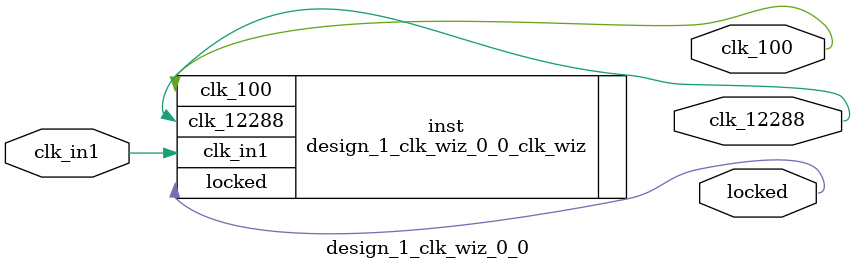
<source format=v>


`timescale 1ps/1ps

(* CORE_GENERATION_INFO = "design_1_clk_wiz_0_0,clk_wiz_v5_4_3_0,{component_name=design_1_clk_wiz_0_0,use_phase_alignment=true,use_min_o_jitter=false,use_max_i_jitter=false,use_dyn_phase_shift=false,use_inclk_switchover=false,use_dyn_reconfig=false,enable_axi=0,feedback_source=FDBK_AUTO,PRIMITIVE=MMCM,num_out_clk=2,clkin1_period=10.000,clkin2_period=10.000,use_power_down=false,use_reset=false,use_locked=true,use_inclk_stopped=false,feedback_type=SINGLE,CLOCK_MGR_TYPE=NA,manual_override=false}" *)

module design_1_clk_wiz_0_0 
 (
  // Clock out ports
  output        clk_100,
  output        clk_12288,
  // Status and control signals
  output        locked,
 // Clock in ports
  input         clk_in1
 );

  design_1_clk_wiz_0_0_clk_wiz inst
  (
  // Clock out ports  
  .clk_100(clk_100),
  .clk_12288(clk_12288),
  // Status and control signals               
  .locked(locked),
 // Clock in ports
  .clk_in1(clk_in1)
  );

endmodule

</source>
